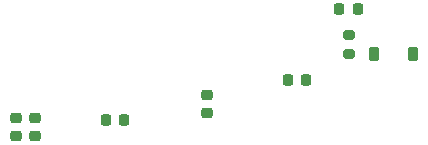
<source format=gbp>
%TF.GenerationSoftware,KiCad,Pcbnew,7.0.5*%
%TF.CreationDate,2023-07-27T20:23:40+03:00*%
%TF.ProjectId,ltp_kikad,6c74705f-6b69-46b6-9164-2e6b69636164,rev?*%
%TF.SameCoordinates,Original*%
%TF.FileFunction,Paste,Bot*%
%TF.FilePolarity,Positive*%
%FSLAX46Y46*%
G04 Gerber Fmt 4.6, Leading zero omitted, Abs format (unit mm)*
G04 Created by KiCad (PCBNEW 7.0.5) date 2023-07-27 20:23:40*
%MOMM*%
%LPD*%
G01*
G04 APERTURE LIST*
G04 Aperture macros list*
%AMRoundRect*
0 Rectangle with rounded corners*
0 $1 Rounding radius*
0 $2 $3 $4 $5 $6 $7 $8 $9 X,Y pos of 4 corners*
0 Add a 4 corners polygon primitive as box body*
4,1,4,$2,$3,$4,$5,$6,$7,$8,$9,$2,$3,0*
0 Add four circle primitives for the rounded corners*
1,1,$1+$1,$2,$3*
1,1,$1+$1,$4,$5*
1,1,$1+$1,$6,$7*
1,1,$1+$1,$8,$9*
0 Add four rect primitives between the rounded corners*
20,1,$1+$1,$2,$3,$4,$5,0*
20,1,$1+$1,$4,$5,$6,$7,0*
20,1,$1+$1,$6,$7,$8,$9,0*
20,1,$1+$1,$8,$9,$2,$3,0*%
G04 Aperture macros list end*
%ADD10RoundRect,0.225000X-0.225000X-0.375000X0.225000X-0.375000X0.225000X0.375000X-0.225000X0.375000X0*%
%ADD11RoundRect,0.225000X-0.225000X-0.250000X0.225000X-0.250000X0.225000X0.250000X-0.225000X0.250000X0*%
%ADD12RoundRect,0.225000X0.225000X0.250000X-0.225000X0.250000X-0.225000X-0.250000X0.225000X-0.250000X0*%
%ADD13RoundRect,0.225000X-0.250000X0.225000X-0.250000X-0.225000X0.250000X-0.225000X0.250000X0.225000X0*%
%ADD14RoundRect,0.200000X0.275000X-0.200000X0.275000X0.200000X-0.275000X0.200000X-0.275000X-0.200000X0*%
G04 APERTURE END LIST*
D10*
%TO.C,D1*%
X155887000Y-93200000D03*
X159187000Y-93200000D03*
%TD*%
D11*
%TO.C,C15*%
X148637000Y-95400000D03*
X150187000Y-95400000D03*
%TD*%
D12*
%TO.C,C14*%
X154537000Y-89400000D03*
X152987000Y-89400000D03*
%TD*%
D13*
%TO.C,C16*%
X141787000Y-96650000D03*
X141787000Y-98200000D03*
%TD*%
%TO.C,C3*%
X125587000Y-98625000D03*
X125587000Y-100175000D03*
%TD*%
D11*
%TO.C,C18*%
X133237000Y-98800000D03*
X134787000Y-98800000D03*
%TD*%
D13*
%TO.C,C4*%
X127187000Y-98625000D03*
X127187000Y-100175000D03*
%TD*%
D14*
%TO.C,R2*%
X153787000Y-93250000D03*
X153787000Y-91600000D03*
%TD*%
M02*

</source>
